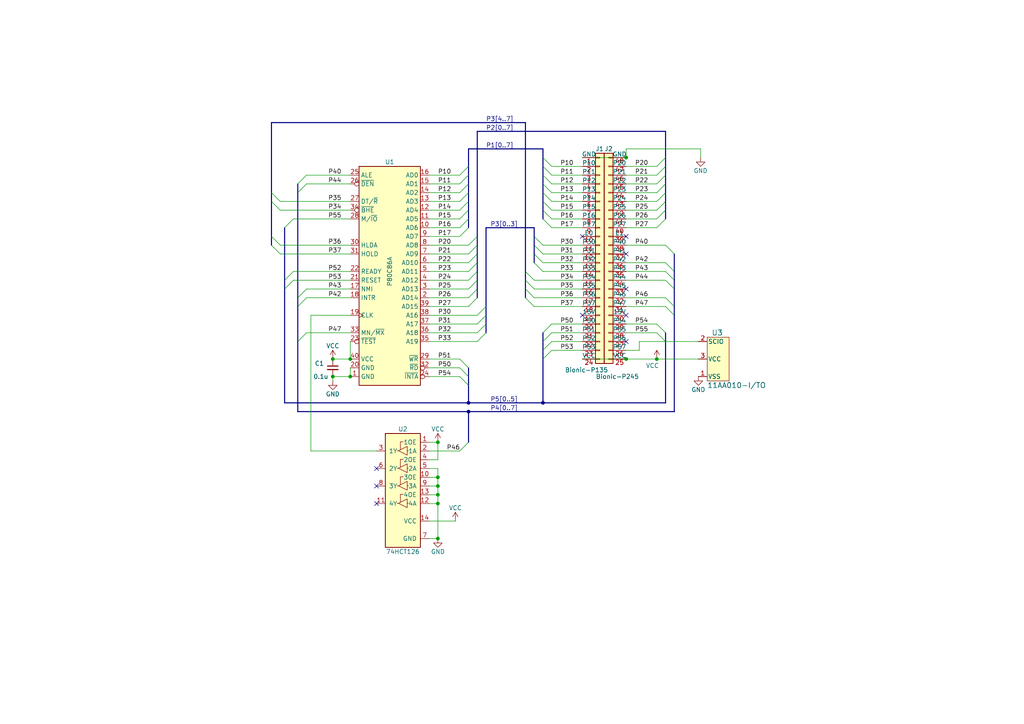
<source format=kicad_sch>
(kicad_sch (version 20230121) (generator eeschema)
  (paper "A4")
  (title_block (title "BionicP8086") (date "2022-01-18") (rev "1") (company "Tadashi G. Takaoka"))
  (lib_symbols
    (symbol "0-LocalLibrary:11AA010-I_TO" (pin_names (offset 0.254))
      (property "Reference" "U" (at 2.54 1.27 0))
      (property "Value" "11AA010-I/TO" (at 3.81 -13.97 0))
      (symbol "11AA010-I_TO_1_1"
        (rectangle (start 0 0) (end 6.35 -12.7) (fill (type background)))
        (pin power_in line (at -2.54 -11.43 0) (length 2.54) (name "VSS") (number "1"))
        (pin bidirectional line (at -2.54 -1.27 0) (length 2.54) (name "SCIO") (number "2"))
        (pin power_in line (at -2.54 -6.35 0) (length 2.54) (name "VCC") (number "3"))
      )
    )
    (symbol "0-LocalLibrary:74HCT126" (pin_names (offset 1.016))
      (property "Reference" "U" (at 0 16.51 0))
      (property "Value" "74HCT126" (at 0 -19.05 0))
      (symbol "74HCT126_0_1"
        (polyline (pts (xy -1.2954 10.2108) (xy -1.6002 10.2108)))
        (polyline (pts (xy 1.2954 10.2362) (xy 1.651 10.2362)))
        (polyline (pts (xy 0.7112 10.5664) (xy 0.7112 12.827) (xy -0.127 12.827) (xy -0.1016 12.827)))
      )
      (symbol "74HCT126_1_0"
        (polyline (pts (xy 1.27 10.2362) (xy -1.27 11.5062) (xy -1.27 8.9662) (xy 1.27 10.2362)) (stroke (width 0.1524)))
        (pin input line (at -7.62 12.7 0) (length 2.54) (name "1OE") (number "1"))
        (pin input line (at -7.62 2.54 0) (length 2.54) (name "3OE") (number "10"))
        (pin tri_state line (at 7.62 -5.08 180) (length 2.54) (name "4Y") (number "11"))
        (pin input line (at -7.62 -5.08 0) (length 2.54) (name "4A") (number "12"))
        (pin input line (at -7.62 -2.54 0) (length 2.54) (name "4OE") (number "13"))
        (pin power_in line (at -7.62 -10.16 0) (length 2.54) (name "VCC") (number "14"))
        (pin input line (at -7.62 10.16 0) (length 2.54) (name "1A") (number "2"))
        (pin tri_state line (at 7.62 10.16 180) (length 2.54) (name "1Y") (number "3"))
        (pin input line (at -7.62 7.62 0) (length 2.54) (name "2OE") (number "4"))
        (pin input line (at -7.62 5.08 0) (length 2.54) (name "2A") (number "5"))
        (pin tri_state line (at 7.62 5.08 180) (length 2.54) (name "2Y") (number "6"))
        (pin power_in line (at -7.62 -15.24 0) (length 2.54) (name "GND") (number "7"))
        (pin tri_state line (at 7.62 0 180) (length 2.54) (name "3Y") (number "8"))
        (pin input line (at -7.62 0 0) (length 2.54) (name "3A") (number "9"))
      )
      (symbol "74HCT126_1_1"
        (rectangle (start -5.08 15.24) (end 5.08 -17.78) (stroke (width 0.254)) (fill (type background)))
        (polyline (pts (xy -1.2954 -5.0292) (xy -1.6002 -5.0292)))
        (polyline (pts (xy -1.2954 0.0508) (xy -1.6002 0.0508)))
        (polyline (pts (xy -1.2954 5.1308) (xy -1.6002 5.1308)))
        (polyline (pts (xy 1.2954 -5.0038) (xy 1.651 -5.0038)))
        (polyline (pts (xy 1.2954 0.0762) (xy 1.651 0.0762)))
        (polyline (pts (xy 1.2954 5.1562) (xy 1.651 5.1562)))
        (polyline (pts (xy 0.7112 -4.6736) (xy 0.7112 -2.413) (xy -0.127 -2.413) (xy -0.1016 -2.413)))
        (polyline (pts (xy 0.7112 0.4064) (xy 0.7112 2.667) (xy -0.127 2.667) (xy -0.1016 2.667)))
        (polyline (pts (xy 0.7112 5.4864) (xy 0.7112 7.747) (xy -0.127 7.747) (xy -0.1016 7.747)))
        (polyline (pts (xy 1.27 -5.0038) (xy -1.27 -3.7338) (xy -1.27 -6.2738) (xy 1.27 -5.0038)) (stroke (width 0.1524)))
        (polyline (pts (xy 1.27 0.0762) (xy -1.27 1.3462) (xy -1.27 -1.1938) (xy 1.27 0.0762)) (stroke (width 0.1524)))
        (polyline (pts (xy 1.27 5.1562) (xy -1.27 6.4262) (xy -1.27 3.8862) (xy 1.27 5.1562)) (stroke (width 0.1524)))
      )
    )
    (symbol "0-LocalLibrary:Bionic-P135" (pin_names (offset 0))
      (property "Reference" "J" (at 0 30.48 0))
      (property "Value" "Bionic-P135" (at -1.27 -33.02 0))
      (symbol "Bionic-P135_1_1"
        (rectangle (start -1.27 -30.353) (end 0 -30.607) (stroke (width 0.1524)))
        (rectangle (start -1.27 -27.813) (end 0 -28.067) (stroke (width 0.1524)))
        (rectangle (start -1.27 -25.273) (end 0 -25.527) (stroke (width 0.1524)))
        (rectangle (start -1.27 -22.733) (end 0 -22.987) (stroke (width 0.1524)))
        (rectangle (start -1.27 -20.193) (end 0 -20.447) (stroke (width 0.1524)))
        (rectangle (start -1.27 -17.653) (end 0 -17.907) (stroke (width 0.1524)))
        (rectangle (start -1.27 -15.113) (end 0 -15.367) (stroke (width 0.1524)))
        (rectangle (start -1.27 -12.573) (end 0 -12.827) (stroke (width 0.1524)))
        (rectangle (start -1.27 -10.033) (end 0 -10.287) (stroke (width 0.1524)))
        (rectangle (start -1.27 -7.493) (end 0 -7.747) (stroke (width 0.1524)))
        (rectangle (start -1.27 -4.953) (end 0 -5.207) (stroke (width 0.1524)))
        (rectangle (start -1.27 -2.413) (end 0 -2.667) (stroke (width 0.1524)))
        (rectangle (start -1.27 0.127) (end 0 -0.127) (stroke (width 0.1524)))
        (rectangle (start -1.27 2.667) (end 0 2.413) (stroke (width 0.1524)))
        (rectangle (start -1.27 5.207) (end 0 4.953) (stroke (width 0.1524)))
        (rectangle (start -1.27 7.747) (end 0 7.493) (stroke (width 0.1524)))
        (rectangle (start -1.27 10.287) (end 0 10.033) (stroke (width 0.1524)))
        (rectangle (start -1.27 12.827) (end 0 12.573) (stroke (width 0.1524)))
        (rectangle (start -1.27 15.367) (end 0 15.113) (stroke (width 0.1524)))
        (rectangle (start -1.27 17.907) (end 0 17.653) (stroke (width 0.1524)))
        (rectangle (start -1.27 20.447) (end 0 20.193) (stroke (width 0.1524)))
        (rectangle (start -1.27 22.987) (end 0 22.733) (stroke (width 0.1524)))
        (rectangle (start -1.27 25.527) (end 0 25.273) (stroke (width 0.1524)))
        (rectangle (start -1.27 28.067) (end 0 27.813) (stroke (width 0.1524)))
        (rectangle (start -1.27 29.21) (end 1.27 -31.75) (stroke (width 0.254)) (fill (type background)))
        (pin power_out line (at -5.08 27.94 0) (length 3.81) (name "GND") (number "1"))
        (pin bidirectional line (at -5.08 5.08 0) (length 3.81) (name "E0") (number "10"))
        (pin bidirectional line (at -5.08 2.54 0) (length 3.81) (name "P30") (number "11"))
        (pin bidirectional line (at -5.08 0 0) (length 3.81) (name "P31") (number "12"))
        (pin bidirectional line (at -5.08 -2.54 0) (length 3.81) (name "P32") (number "13"))
        (pin bidirectional line (at -5.08 -5.08 0) (length 3.81) (name "P33") (number "14"))
        (pin bidirectional line (at -5.08 -7.62 0) (length 3.81) (name "P34") (number "15"))
        (pin bidirectional line (at -5.08 -10.16 0) (length 3.81) (name "P35") (number "16"))
        (pin bidirectional line (at -5.08 -12.7 0) (length 3.81) (name "P36") (number "17"))
        (pin bidirectional line (at -5.08 -15.24 0) (length 3.81) (name "P37") (number "18"))
        (pin power_out line (at -5.08 -17.78 0) (length 3.81) (name "15V") (number "19"))
        (pin bidirectional line (at -5.08 25.4 0) (length 3.81) (name "P10") (number "2"))
        (pin bidirectional line (at -5.08 -20.32 0) (length 3.81) (name "P50") (number "20"))
        (pin bidirectional line (at -5.08 -22.86 0) (length 3.81) (name "P51") (number "21"))
        (pin bidirectional line (at -5.08 -25.4 0) (length 3.81) (name "P52") (number "22"))
        (pin bidirectional line (at -5.08 -27.94 0) (length 3.81) (name "P53") (number "23"))
        (pin power_out line (at -5.08 -30.48 0) (length 3.81) (name "VCC") (number "24"))
        (pin bidirectional line (at -5.08 22.86 0) (length 3.81) (name "P11") (number "3"))
        (pin bidirectional line (at -5.08 20.32 0) (length 3.81) (name "P12") (number "4"))
        (pin bidirectional line (at -5.08 17.78 0) (length 3.81) (name "P13") (number "5"))
        (pin bidirectional line (at -5.08 15.24 0) (length 3.81) (name "P14") (number "6"))
        (pin bidirectional line (at -5.08 12.7 0) (length 3.81) (name "P15") (number "7"))
        (pin bidirectional line (at -5.08 10.16 0) (length 3.81) (name "P16") (number "8"))
        (pin bidirectional line (at -5.08 7.62 0) (length 3.81) (name "P17") (number "9"))
      )
    )
    (symbol "0-LocalLibrary:Bionic-P245" (pin_names (offset 0))
      (property "Reference" "J" (at -3.81 30.48 0))
      (property "Value" "Bionic-P245" (at -1.27 -33.02 0))
      (symbol "Bionic-P245_1_1"
        (rectangle (start -5.08 -31.75) (end -2.54 29.21) (stroke (width 0.254)) (fill (type background)))
        (rectangle (start -3.81 -30.607) (end -2.54 -30.353) (stroke (width 0.1524)))
        (rectangle (start -3.81 -28.067) (end -2.54 -27.813) (stroke (width 0.1524)))
        (rectangle (start -3.81 -25.527) (end -2.54 -25.273) (stroke (width 0.1524)))
        (rectangle (start -3.81 -22.987) (end -2.54 -22.733) (stroke (width 0.1524)))
        (rectangle (start -3.81 -20.447) (end -2.54 -20.193) (stroke (width 0.1524)))
        (rectangle (start -3.81 -17.907) (end -2.54 -17.653) (stroke (width 0.1524)))
        (rectangle (start -3.81 -15.367) (end -2.54 -15.113) (stroke (width 0.1524)))
        (rectangle (start -3.81 -12.827) (end -2.54 -12.573) (stroke (width 0.1524)))
        (rectangle (start -3.81 -10.287) (end -2.54 -10.033) (stroke (width 0.1524)))
        (rectangle (start -3.81 -7.747) (end -2.54 -7.493) (stroke (width 0.1524)))
        (rectangle (start -3.81 -5.207) (end -2.54 -4.953) (stroke (width 0.1524)))
        (rectangle (start -3.81 -2.667) (end -2.54 -2.413) (stroke (width 0.1524)))
        (rectangle (start -3.81 -0.127) (end -2.54 0.127) (stroke (width 0.1524)))
        (rectangle (start -3.81 2.413) (end -2.54 2.667) (stroke (width 0.1524)))
        (rectangle (start -3.81 4.953) (end -2.54 5.207) (stroke (width 0.1524)))
        (rectangle (start -3.81 7.493) (end -2.54 7.747) (stroke (width 0.1524)))
        (rectangle (start -3.81 10.033) (end -2.54 10.287) (stroke (width 0.1524)))
        (rectangle (start -3.81 12.573) (end -2.54 12.827) (stroke (width 0.1524)))
        (rectangle (start -3.81 15.113) (end -2.54 15.367) (stroke (width 0.1524)))
        (rectangle (start -3.81 17.653) (end -2.54 17.907) (stroke (width 0.1524)))
        (rectangle (start -3.81 20.193) (end -2.54 20.447) (stroke (width 0.1524)))
        (rectangle (start -3.81 22.733) (end -2.54 22.987) (stroke (width 0.1524)))
        (rectangle (start -3.81 25.273) (end -2.54 25.527) (stroke (width 0.1524)))
        (rectangle (start -3.81 27.813) (end -2.54 28.067) (stroke (width 0.1524)))
        (pin power_in line (at 1.27 -30.48 180) (length 3.81) (name "VCC") (number "25"))
        (pin bidirectional line (at 1.27 -27.94 180) (length 3.81) (name "P57") (number "26"))
        (pin bidirectional line (at 1.27 -25.4 180) (length 3.81) (name "P56") (number "27"))
        (pin bidirectional line (at 1.27 -22.86 180) (length 3.81) (name "P55") (number "28"))
        (pin bidirectional line (at 1.27 -20.32 180) (length 3.81) (name "P54") (number "29"))
        (pin power_in line (at 1.27 -17.78 180) (length 3.81) (name "15V") (number "30"))
        (pin bidirectional line (at 1.27 -15.24 180) (length 3.81) (name "P47") (number "31"))
        (pin bidirectional line (at 1.27 -12.7 180) (length 3.81) (name "P46") (number "32"))
        (pin bidirectional line (at 1.27 -10.16 180) (length 3.81) (name "P45") (number "33"))
        (pin bidirectional line (at 1.27 -7.62 180) (length 3.81) (name "P44") (number "34"))
        (pin bidirectional line (at 1.27 -5.08 180) (length 3.81) (name "P43") (number "35"))
        (pin bidirectional line (at 1.27 -2.54 180) (length 3.81) (name "P42") (number "36"))
        (pin bidirectional line (at 1.27 0 180) (length 3.81) (name "P41") (number "37"))
        (pin bidirectional line (at 1.27 2.54 180) (length 3.81) (name "P40") (number "38"))
        (pin bidirectional line (at 1.27 5.08 180) (length 3.81) (name "E1") (number "39"))
        (pin bidirectional line (at 1.27 7.62 180) (length 3.81) (name "P27") (number "40"))
        (pin bidirectional line (at 1.27 10.16 180) (length 3.81) (name "P26") (number "41"))
        (pin bidirectional line (at 1.27 12.7 180) (length 3.81) (name "P25") (number "42"))
        (pin bidirectional line (at 1.27 15.24 180) (length 3.81) (name "P24") (number "43"))
        (pin bidirectional line (at 1.27 17.78 180) (length 3.81) (name "P23") (number "44"))
        (pin bidirectional line (at 1.27 20.32 180) (length 3.81) (name "P22") (number "45"))
        (pin bidirectional line (at 1.27 22.86 180) (length 3.81) (name "P21") (number "46"))
        (pin bidirectional line (at 1.27 25.4 180) (length 3.81) (name "P20") (number "47"))
        (pin power_in line (at 1.27 27.94 180) (length 3.81) (name "GND") (number "48"))
      )
    )
    (symbol "0-LocalLibrary:P80C86A"
      (property "Reference" "U" (at -1.27 31.75 0))
      (property "Value" "P80C86A" (at 0 -3.81 90))
      (symbol "P80C86A_0_1"
        (rectangle (start -8.89 -33.02) (end 8.89 30.48) (stroke (width 0.254)) (fill (type background)))
      )
      (symbol "P80C86A_1_1"
        (pin power_in line (at -11.43 -30.48 0) (length 2.54) (name "GND") (number "1"))
        (pin bidirectional line (at 11.43 12.7 180) (length 2.54) (name "AD6") (number "10"))
        (pin bidirectional line (at 11.43 15.24 180) (length 2.54) (name "AD5") (number "11"))
        (pin bidirectional line (at 11.43 17.78 180) (length 2.54) (name "AD4") (number "12"))
        (pin bidirectional line (at 11.43 20.32 180) (length 2.54) (name "AD3") (number "13"))
        (pin bidirectional line (at 11.43 22.86 180) (length 2.54) (name "AD2") (number "14"))
        (pin bidirectional line (at 11.43 25.4 180) (length 2.54) (name "AD1") (number "15"))
        (pin bidirectional line (at 11.43 27.94 180) (length 2.54) (name "AD0") (number "16"))
        (pin input line (at -11.43 -5.08 0) (length 2.54) (name "NMI") (number "17"))
        (pin input line (at -11.43 -7.62 0) (length 2.54) (name "INTR") (number "18"))
        (pin input clock (at -11.43 -12.7 0) (length 2.54) (name "CLK") (number "19"))
        (pin bidirectional line (at 11.43 -7.62 180) (length 2.54) (name "AD14") (number "2"))
        (pin power_in line (at -11.43 -27.94 0) (length 2.54) (name "GND") (number "20"))
        (pin input line (at -11.43 -2.54 0) (length 2.54) (name "RESET") (number "21"))
        (pin input line (at -11.43 0 0) (length 2.54) (name "READY") (number "22"))
        (pin input inverted (at -11.43 -20.32 0) (length 2.54) (name "~{TEST}") (number "23"))
        (pin output inverted (at 11.43 -30.48 180) (length 2.54) (name "~{INTA}") (number "24"))
        (pin output line (at -11.43 27.94 0) (length 2.54) (name "ALE") (number "25"))
        (pin output inverted (at -11.43 25.4 0) (length 2.54) (name "~{DEN}") (number "26"))
        (pin output line (at -11.43 20.32 0) (length 2.54) (name "DT/~{R}") (number "27"))
        (pin output line (at -11.43 15.24 0) (length 2.54) (name "M/~{IO}") (number "28"))
        (pin output line (at 11.43 -25.4 180) (length 2.54) (name "~{WR}") (number "29"))
        (pin bidirectional line (at 11.43 -5.08 180) (length 2.54) (name "AD13") (number "3"))
        (pin output line (at -11.43 7.62 0) (length 2.54) (name "HLDA") (number "30"))
        (pin input line (at -11.43 5.08 0) (length 2.54) (name "HOLD") (number "31"))
        (pin output inverted (at 11.43 -27.94 180) (length 2.54) (name "~{RD}") (number "32"))
        (pin input line (at -11.43 -17.78 0) (length 2.54) (name "MN/~{MX}") (number "33"))
        (pin output inverted (at -11.43 17.78 0) (length 2.54) (name "~{BHE}") (number "34"))
        (pin output line (at 11.43 -20.32 180) (length 2.54) (name "A19") (number "35"))
        (pin output line (at 11.43 -17.78 180) (length 2.54) (name "A18") (number "36"))
        (pin output line (at 11.43 -15.24 180) (length 2.54) (name "A17") (number "37"))
        (pin output line (at 11.43 -12.7 180) (length 2.54) (name "A16") (number "38"))
        (pin bidirectional line (at 11.43 -10.16 180) (length 2.54) (name "AD15") (number "39"))
        (pin bidirectional line (at 11.43 -2.54 180) (length 2.54) (name "AD12") (number "4"))
        (pin power_in line (at -11.43 -25.4 0) (length 2.54) (name "VCC") (number "40"))
        (pin bidirectional line (at 11.43 0 180) (length 2.54) (name "AD11") (number "5"))
        (pin bidirectional line (at 11.43 2.54 180) (length 2.54) (name "AD10") (number "6"))
        (pin bidirectional line (at 11.43 5.08 180) (length 2.54) (name "AD9") (number "7"))
        (pin bidirectional line (at 11.43 7.62 180) (length 2.54) (name "AD8") (number "8"))
        (pin bidirectional line (at 11.43 10.16 180) (length 2.54) (name "AD7") (number "9"))
      )
    )
    (symbol "Device:C_Small" (pin_numbers hide) (pin_names (offset 0.254) hide)
      (property "Reference" "C" (at 0.254 1.778 0))
      (property "Value" "C_Small" (at 0.254 -2.032 0))
      (symbol "C_Small_0_1"
        (polyline (pts (xy -1.524 -0.508) (xy 1.524 -0.508)) (stroke (width 0.3302)))
        (polyline (pts (xy -1.524 0.508) (xy 1.524 0.508)) (stroke (width 0.3048)))
      )
      (symbol "C_Small_1_1"
        (pin passive line (at 0 2.54 270) (length 2.032) (name "~") (number "1"))
        (pin passive line (at 0 -2.54 90) (length 2.032) (name "~") (number "2"))
      )
    )
    (symbol "power:GND" (power) (pin_names (offset 0))
      (property "Value" "GND" (at 0 -3.81 0))
      (symbol "GND_0_1"
        (polyline (pts (xy 0 0) (xy 0 -1.27) (xy 1.27 -1.27) (xy 0 -2.54) (xy -1.27 -1.27) (xy 0 -1.27)))
      )
      (symbol "GND_1_1"
        (pin power_in line (at 0 0 270) (length 0) hide (name "GND") (number "1"))
      )
    )
    (symbol "power:VCC" (power) (pin_names (offset 0))
      (property "Value" "VCC" (at 0 3.81 0))
      (symbol "VCC_0_1"
        (polyline (pts (xy -0.762 1.27) (xy 0 2.54)))
        (polyline (pts (xy 0 0) (xy 0 2.54)))
        (polyline (pts (xy 0 2.54) (xy 0.762 1.27)))
      )
      (symbol "VCC_1_1"
        (pin power_in line (at 0 0 90) (length 0) hide (name "VCC") (number "1"))
      )
    )
  )
  (junction (at 190.5 104.14))
  (junction (at 101.6 104.14))
  (junction (at 157.48 116.84))
  (junction (at 135.89 116.84))
  (junction (at 127 128.27))
  (junction (at 127 138.43))
  (junction (at 135.89 119.38))
  (junction (at 127 156.21))
  (junction (at 101.6 109.22))
  (junction (at 127 146.05))
  (junction (at 181.61 104.14))
  (junction (at 127 143.51))
  (junction (at 127 140.97))
  (junction (at 96.52 104.14))
  (junction (at 181.61 45.72))
  (junction (at 96.52 109.22))
  (no_connect (at 181.61 73.66))
  (no_connect (at 109.22 135.89))
  (no_connect (at 181.61 83.82))
  (no_connect (at 168.91 68.58))
  (no_connect (at 181.61 68.58))
  (no_connect (at 181.61 99.06))
  (no_connect (at 168.91 91.44))
  (no_connect (at 181.61 91.44))
  (no_connect (at 109.22 140.97))
  (no_connect (at 109.22 146.05))
  (bus_entry (at 86.36 99.06) (size 2.54 -2.54))
  (bus_entry (at 190.5 96.52) (size 2.54 2.54))
  (bus_entry (at 193.04 48.26) (size -2.54 2.54))
  (bus_entry (at 193.04 50.8) (size -2.54 2.54))
  (bus_entry (at 138.43 73.66) (size -2.54 2.54))
  (bus_entry (at 135.89 128.27) (size -2.54 2.54))
  (bus_entry (at 190.5 93.98) (size 2.54 2.54))
  (bus_entry (at 133.35 106.68) (size 2.54 2.54))
  (bus_entry (at 154.94 73.66) (size 2.54 2.54))
  (bus_entry (at 160.02 99.06) (size -2.54 2.54))
  (bus_entry (at 140.97 91.44) (size -2.54 2.54))
  (bus_entry (at 193.04 58.42) (size -2.54 2.54))
  (bus_entry (at 138.43 71.12) (size -2.54 2.54))
  (bus_entry (at 86.36 55.88) (size 2.54 -2.54))
  (bus_entry (at 133.35 58.42) (size 2.54 -2.54))
  (bus_entry (at 82.55 83.82) (size 2.54 -2.54))
  (bus_entry (at 193.04 63.5) (size -2.54 2.54))
  (bus_entry (at 193.04 78.74) (size 2.54 2.54))
  (bus_entry (at 78.74 68.58) (size 2.54 2.54))
  (bus_entry (at 138.43 86.36) (size -2.54 2.54))
  (bus_entry (at 138.43 83.82) (size -2.54 2.54))
  (bus_entry (at 82.55 81.28) (size 2.54 -2.54))
  (bus_entry (at 138.43 81.28) (size -2.54 2.54))
  (bus_entry (at 133.35 53.34) (size 2.54 -2.54))
  (bus_entry (at 78.74 58.42) (size 2.54 2.54))
  (bus_entry (at 193.04 76.2) (size 2.54 2.54))
  (bus_entry (at 140.97 93.98) (size -2.54 2.54))
  (bus_entry (at 133.35 104.14) (size 2.54 2.54))
  (bus_entry (at 160.02 66.04) (size -2.54 -2.54))
  (bus_entry (at 152.4 81.28) (size 2.54 2.54))
  (bus_entry (at 133.35 66.04) (size 2.54 -2.54))
  (bus_entry (at 193.04 53.34) (size -2.54 2.54))
  (bus_entry (at 138.43 78.74) (size -2.54 2.54))
  (bus_entry (at 160.02 60.96) (size -2.54 -2.54))
  (bus_entry (at 152.4 78.74) (size 2.54 2.54))
  (bus_entry (at 78.74 55.88) (size 2.54 2.54))
  (bus_entry (at 152.4 83.82) (size 2.54 2.54))
  (bus_entry (at 154.94 68.58) (size 2.54 2.54))
  (bus_entry (at 82.55 66.04) (size 2.54 -2.54))
  (bus_entry (at 133.35 63.5) (size 2.54 -2.54))
  (bus_entry (at 193.04 71.12) (size 2.54 2.54))
  (bus_entry (at 133.35 60.96) (size 2.54 -2.54))
  (bus_entry (at 138.43 68.58) (size -2.54 2.54))
  (bus_entry (at 193.04 45.72) (size -2.54 2.54))
  (bus_entry (at 140.97 96.52) (size -2.54 2.54))
  (bus_entry (at 160.02 96.52) (size -2.54 2.54))
  (bus_entry (at 152.4 86.36) (size 2.54 2.54))
  (bus_entry (at 133.35 109.22) (size 2.54 2.54))
  (bus_entry (at 160.02 50.8) (size -2.54 -2.54))
  (bus_entry (at 86.36 86.36) (size 2.54 -2.54))
  (bus_entry (at 160.02 58.42) (size -2.54 -2.54))
  (bus_entry (at 193.04 60.96) (size -2.54 2.54))
  (bus_entry (at 133.35 68.58) (size 2.54 -2.54))
  (bus_entry (at 160.02 55.88) (size -2.54 -2.54))
  (bus_entry (at 193.04 81.28) (size 2.54 2.54))
  (bus_entry (at 140.97 88.9) (size -2.54 2.54))
  (bus_entry (at 160.02 48.26) (size -2.54 -2.54))
  (bus_entry (at 86.36 88.9) (size 2.54 -2.54))
  (bus_entry (at 86.36 53.34) (size 2.54 -2.54))
  (bus_entry (at 154.94 76.2) (size 2.54 2.54))
  (bus_entry (at 193.04 88.9) (size 2.54 2.54))
  (bus_entry (at 160.02 93.98) (size -2.54 2.54))
  (bus_entry (at 133.35 55.88) (size 2.54 -2.54))
  (bus_entry (at 160.02 63.5) (size -2.54 -2.54))
  (bus_entry (at 160.02 101.6) (size -2.54 2.54))
  (bus_entry (at 193.04 55.88) (size -2.54 2.54))
  (bus_entry (at 154.94 71.12) (size 2.54 2.54))
  (bus_entry (at 133.35 50.8) (size 2.54 -2.54))
  (bus_entry (at 193.04 86.36) (size 2.54 2.54))
  (bus_entry (at 138.43 76.2) (size -2.54 2.54))
  (bus_entry (at 160.02 53.34) (size -2.54 -2.54))
  (bus_entry (at 78.74 71.12) (size 2.54 2.54))
  (bus (pts (xy 157.48 58.42) (xy 157.48 60.96)))
  (bus (pts (xy 78.74 55.88) (xy 78.74 58.42)))
  (bus (pts (xy 135.89 50.8) (xy 135.89 53.34)))
  (wire (pts (xy 127 140.97) (xy 127 143.51)))
  (wire (pts (xy 181.61 60.96) (xy 190.5 60.96)))
  (wire (pts (xy 168.91 104.14) (xy 181.61 104.14)))
  (wire (pts (xy 101.6 81.28) (xy 85.09 81.28)))
  (bus (pts (xy 157.48 101.6) (xy 157.48 104.14)))
  (wire (pts (xy 181.61 53.34) (xy 190.5 53.34)))
  (wire (pts (xy 133.35 130.81) (xy 124.46 130.81)))
  (wire (pts (xy 168.91 96.52) (xy 160.02 96.52)))
  (wire (pts (xy 81.28 71.12) (xy 101.6 71.12)))
  (wire (pts (xy 154.94 81.28) (xy 168.91 81.28)))
  (wire (pts (xy 181.61 71.12) (xy 193.04 71.12)))
  (bus (pts (xy 138.43 81.28) (xy 138.43 83.82)))
  (wire (pts (xy 81.28 73.66) (xy 101.6 73.66)))
  (bus (pts (xy 157.48 116.84) (xy 135.89 116.84)))
  (wire (pts (xy 124.46 96.52) (xy 138.43 96.52)))
  (wire (pts (xy 168.91 76.2) (xy 157.48 76.2)))
  (wire (pts (xy 124.46 76.2) (xy 135.89 76.2)))
  (bus (pts (xy 193.04 60.96) (xy 193.04 63.5)))
  (bus (pts (xy 140.97 88.9) (xy 140.97 91.44)))
  (bus (pts (xy 138.43 38.1) (xy 138.43 68.58)))
  (wire (pts (xy 181.61 50.8) (xy 190.5 50.8)))
  (bus (pts (xy 135.89 43.18) (xy 157.48 43.18)))
  (wire (pts (xy 181.61 48.26) (xy 190.5 48.26)))
  (wire (pts (xy 193.04 99.06) (xy 202.565 99.06)))
  (wire (pts (xy 127 143.51) (xy 127 146.05)))
  (wire (pts (xy 124.46 151.13) (xy 132.08 151.13)))
  (bus (pts (xy 86.36 53.34) (xy 86.36 55.88)))
  (wire (pts (xy 181.61 63.5) (xy 190.5 63.5)))
  (bus (pts (xy 138.43 78.74) (xy 138.43 81.28)))
  (bus (pts (xy 135.89 111.76) (xy 135.89 116.84)))
  (bus (pts (xy 78.74 35.56) (xy 78.74 55.88)))
  (wire (pts (xy 124.46 60.96) (xy 133.35 60.96)))
  (bus (pts (xy 193.04 58.42) (xy 193.04 60.96)))
  (bus (pts (xy 154.94 68.58) (xy 154.94 71.12)))
  (bus (pts (xy 86.36 55.88) (xy 86.36 86.36)))
  (bus (pts (xy 193.04 48.26) (xy 193.04 50.8)))
  (wire (pts (xy 81.28 60.96) (xy 101.6 60.96)))
  (bus (pts (xy 193.04 96.52) (xy 193.04 99.06)))
  (wire (pts (xy 181.61 55.88) (xy 190.5 55.88)))
  (wire (pts (xy 124.46 53.34) (xy 133.35 53.34)))
  (wire (pts (xy 124.46 99.06) (xy 138.43 99.06)))
  (bus (pts (xy 138.43 73.66) (xy 138.43 76.2)))
  (bus (pts (xy 135.89 60.96) (xy 135.89 63.5)))
  (wire (pts (xy 124.46 81.28) (xy 135.89 81.28)))
  (bus (pts (xy 82.55 116.84) (xy 135.89 116.84)))
  (wire (pts (xy 154.94 83.82) (xy 168.91 83.82)))
  (wire (pts (xy 127 135.89) (xy 127 138.43)))
  (wire (pts (xy 127 138.43) (xy 127 140.97)))
  (bus (pts (xy 157.48 104.14) (xy 157.48 116.84)))
  (bus (pts (xy 195.58 83.82) (xy 195.58 88.9)))
  (wire (pts (xy 168.91 63.5) (xy 160.02 63.5)))
  (wire (pts (xy 168.91 55.88) (xy 160.02 55.88)))
  (wire (pts (xy 96.52 109.22) (xy 101.6 109.22)))
  (wire (pts (xy 127 146.05) (xy 127 156.21)))
  (wire (pts (xy 88.9 50.8) (xy 101.6 50.8)))
  (bus (pts (xy 157.48 50.8) (xy 157.48 53.34)))
  (bus (pts (xy 152.4 78.74) (xy 152.4 35.56)))
  (wire (pts (xy 127 128.27) (xy 127 133.35)))
  (wire (pts (xy 124.46 128.27) (xy 127 128.27)))
  (wire (pts (xy 124.46 50.8) (xy 133.35 50.8)))
  (bus (pts (xy 135.89 119.38) (xy 135.89 128.27)))
  (wire (pts (xy 124.46 156.21) (xy 127 156.21)))
  (bus (pts (xy 138.43 83.82) (xy 138.43 86.36)))
  (wire (pts (xy 124.46 91.44) (xy 138.43 91.44)))
  (wire (pts (xy 185.42 99.06) (xy 193.04 99.06)))
  (bus (pts (xy 157.48 48.26) (xy 157.48 50.8)))
  (bus (pts (xy 152.4 81.28) (xy 152.4 78.74)))
  (bus (pts (xy 138.43 76.2) (xy 138.43 78.74)))
  (wire (pts (xy 124.46 58.42) (xy 133.35 58.42)))
  (wire (pts (xy 109.22 130.81) (xy 90.17 130.81)))
  (wire (pts (xy 168.91 93.98) (xy 160.02 93.98)))
  (wire (pts (xy 124.46 133.35) (xy 127 133.35)))
  (bus (pts (xy 138.43 68.58) (xy 138.43 71.12)))
  (bus (pts (xy 193.04 116.84) (xy 157.48 116.84)))
  (wire (pts (xy 181.61 101.6) (xy 185.42 101.6)))
  (wire (pts (xy 181.61 93.98) (xy 190.5 93.98)))
  (wire (pts (xy 124.46 71.12) (xy 135.89 71.12)))
  (wire (pts (xy 101.6 91.44) (xy 90.17 91.44)))
  (bus (pts (xy 152.4 86.36) (xy 152.4 83.82)))
  (wire (pts (xy 168.91 66.04) (xy 160.02 66.04)))
  (wire (pts (xy 90.17 91.44) (xy 90.17 130.81)))
  (wire (pts (xy 124.46 135.89) (xy 127 135.89)))
  (bus (pts (xy 140.97 91.44) (xy 140.97 93.98)))
  (bus (pts (xy 78.74 68.58) (xy 78.74 71.12)))
  (wire (pts (xy 124.46 55.88) (xy 133.35 55.88)))
  (bus (pts (xy 195.58 78.74) (xy 195.58 81.28)))
  (bus (pts (xy 82.55 83.82) (xy 82.55 116.84)))
  (wire (pts (xy 181.61 88.9) (xy 193.04 88.9)))
  (wire (pts (xy 168.91 71.12) (xy 157.48 71.12)))
  (wire (pts (xy 168.91 58.42) (xy 160.02 58.42)))
  (wire (pts (xy 124.46 88.9) (xy 135.89 88.9)))
  (bus (pts (xy 154.94 66.04) (xy 154.94 68.58)))
  (wire (pts (xy 88.9 86.36) (xy 101.6 86.36)))
  (wire (pts (xy 88.9 53.34) (xy 101.6 53.34)))
  (wire (pts (xy 185.42 101.6) (xy 185.42 99.06)))
  (bus (pts (xy 135.89 119.38) (xy 86.36 119.38)))
  (bus (pts (xy 154.94 73.66) (xy 154.94 76.2)))
  (wire (pts (xy 124.46 109.22) (xy 133.35 109.22)))
  (bus (pts (xy 138.43 71.12) (xy 138.43 73.66)))
  (wire (pts (xy 190.5 104.14) (xy 202.565 104.14)))
  (bus (pts (xy 135.89 48.26) (xy 135.89 50.8)))
  (wire (pts (xy 181.61 76.2) (xy 193.04 76.2)))
  (bus (pts (xy 135.89 43.18) (xy 135.89 48.26)))
  (wire (pts (xy 181.61 81.28) (xy 193.04 81.28)))
  (wire (pts (xy 203.2 43.18) (xy 203.2 45.72)))
  (bus (pts (xy 157.48 99.06) (xy 157.48 101.6)))
  (wire (pts (xy 181.61 43.18) (xy 203.2 43.18)))
  (wire (pts (xy 181.61 58.42) (xy 190.5 58.42)))
  (bus (pts (xy 135.89 109.22) (xy 135.89 111.76)))
  (bus (pts (xy 193.04 38.1) (xy 193.04 45.72)))
  (wire (pts (xy 124.46 93.98) (xy 138.43 93.98)))
  (wire (pts (xy 168.91 45.72) (xy 181.61 45.72)))
  (bus (pts (xy 135.89 53.34) (xy 135.89 55.88)))
  (wire (pts (xy 124.46 66.04) (xy 133.35 66.04)))
  (wire (pts (xy 168.91 50.8) (xy 160.02 50.8)))
  (wire (pts (xy 168.91 99.06) (xy 160.02 99.06)))
  (wire (pts (xy 168.91 48.26) (xy 160.02 48.26)))
  (wire (pts (xy 181.61 43.18) (xy 181.61 45.72)))
  (bus (pts (xy 78.74 35.56) (xy 152.4 35.56)))
  (wire (pts (xy 181.61 96.52) (xy 190.5 96.52)))
  (bus (pts (xy 82.55 81.28) (xy 82.55 83.82)))
  (bus (pts (xy 86.36 88.9) (xy 86.36 99.06)))
  (bus (pts (xy 135.89 58.42) (xy 135.89 60.96)))
  (wire (pts (xy 154.94 88.9) (xy 168.91 88.9)))
  (wire (pts (xy 124.46 104.14) (xy 133.35 104.14)))
  (bus (pts (xy 157.48 43.18) (xy 157.48 45.72)))
  (wire (pts (xy 101.6 106.68) (xy 101.6 109.22)))
  (wire (pts (xy 124.46 138.43) (xy 127 138.43)))
  (bus (pts (xy 193.04 55.88) (xy 193.04 58.42)))
  (bus (pts (xy 195.58 91.44) (xy 195.58 119.38)))
  (wire (pts (xy 101.6 63.5) (xy 85.09 63.5)))
  (wire (pts (xy 124.46 63.5) (xy 133.35 63.5)))
  (bus (pts (xy 157.48 53.34) (xy 157.48 55.88)))
  (bus (pts (xy 157.48 55.88) (xy 157.48 58.42)))
  (wire (pts (xy 124.46 68.58) (xy 133.35 68.58)))
  (bus (pts (xy 157.48 96.52) (xy 157.48 99.06)))
  (bus (pts (xy 82.55 66.04) (xy 82.55 81.28)))
  (wire (pts (xy 168.91 78.74) (xy 157.48 78.74)))
  (wire (pts (xy 81.28 58.42) (xy 101.6 58.42)))
  (wire (pts (xy 124.46 86.36) (xy 135.89 86.36)))
  (bus (pts (xy 193.04 50.8) (xy 193.04 53.34)))
  (bus (pts (xy 140.97 93.98) (xy 140.97 96.52)))
  (wire (pts (xy 88.9 96.52) (xy 101.6 96.52)))
  (wire (pts (xy 124.46 146.05) (xy 127 146.05)))
  (wire (pts (xy 181.61 66.04) (xy 190.5 66.04)))
  (wire (pts (xy 88.9 83.82) (xy 101.6 83.82)))
  (wire (pts (xy 85.09 78.74) (xy 101.6 78.74)))
  (wire (pts (xy 168.91 60.96) (xy 160.02 60.96)))
  (bus (pts (xy 154.94 71.12) (xy 154.94 73.66)))
  (bus (pts (xy 195.58 73.66) (xy 195.58 78.74)))
  (wire (pts (xy 124.46 106.68) (xy 133.35 106.68)))
  (wire (pts (xy 181.61 104.14) (xy 190.5 104.14)))
  (wire (pts (xy 181.61 78.74) (xy 193.04 78.74)))
  (wire (pts (xy 101.6 99.06) (xy 101.6 104.14)))
  (wire (pts (xy 168.91 101.6) (xy 160.02 101.6)))
  (bus (pts (xy 135.89 55.88) (xy 135.89 58.42)))
  (wire (pts (xy 168.91 53.34) (xy 160.02 53.34)))
  (wire (pts (xy 124.46 140.97) (xy 127 140.97)))
  (bus (pts (xy 86.36 86.36) (xy 86.36 88.9)))
  (wire (pts (xy 154.94 86.36) (xy 168.91 86.36)))
  (wire (pts (xy 124.46 78.74) (xy 135.89 78.74)))
  (bus (pts (xy 135.89 63.5) (xy 135.89 66.04)))
  (bus (pts (xy 78.74 58.42) (xy 78.74 68.58)))
  (bus (pts (xy 193.04 53.34) (xy 193.04 55.88)))
  (bus (pts (xy 135.89 106.68) (xy 135.89 109.22)))
  (wire (pts (xy 124.46 73.66) (xy 135.89 73.66)))
  (bus (pts (xy 140.97 88.9) (xy 140.97 66.04)))
  (wire (pts (xy 168.91 73.66) (xy 157.48 73.66)))
  (bus (pts (xy 86.36 99.06) (xy 86.36 119.38)))
  (wire (pts (xy 96.52 110.49) (xy 96.52 109.22)))
  (bus (pts (xy 195.58 88.9) (xy 195.58 91.44)))
  (bus (pts (xy 157.48 45.72) (xy 157.48 48.26)))
  (bus (pts (xy 193.04 99.06) (xy 193.04 116.84)))
  (wire (pts (xy 96.52 104.14) (xy 101.6 104.14)))
  (wire (pts (xy 124.46 83.82) (xy 135.89 83.82)))
  (bus (pts (xy 195.58 119.38) (xy 135.89 119.38)))
  (bus (pts (xy 140.97 66.04) (xy 154.94 66.04)))
  (bus (pts (xy 138.43 38.1) (xy 193.04 38.1)))
  (wire (pts (xy 181.61 86.36) (xy 193.04 86.36)))
  (bus (pts (xy 152.4 83.82) (xy 152.4 81.28)))
  (bus (pts (xy 195.58 81.28) (xy 195.58 83.82)))
  (bus (pts (xy 157.48 60.96) (xy 157.48 63.5)))
  (wire (pts (xy 124.46 143.51) (xy 127 143.51)))
  (bus (pts (xy 193.04 45.72) (xy 193.04 48.26)))
  (label "P42" (at 99.06 86.36 180))
  (label "P15" (at 166.37 60.96 180))
  (label "P34" (at 99.06 60.96 180))
  (label "P52" (at 166.37 99.06 180))
  (label "P43" (at 184.15 78.74 0))
  (label "P10" (at 166.37 48.26 180))
  (label "P17" (at 127 68.58 0))
  (label "P3[0..3]" (at 142.24 66.04 0))
  (label "P54" (at 184.15 93.98 0))
  (label "P12" (at 166.37 53.34 180))
  (label "P20" (at 127 71.12 0))
  (label "P22" (at 127 76.2 0))
  (label "P25" (at 127 83.82 0))
  (label "P47" (at 99.06 96.52 180))
  (label "P31" (at 166.37 73.66 180))
  (label "P35" (at 99.06 58.42 180))
  (label "P10" (at 127 50.8 0))
  (label "P34" (at 166.37 81.28 180))
  (label "P51" (at 166.37 96.52 180))
  (label "P40" (at 99.06 50.8 180))
  (label "P1[0..7]" (at 140.97 43.18 0))
  (label "P53" (at 166.37 101.6 180))
  (label "P11" (at 127 53.34 0))
  (label "P55" (at 184.15 96.52 0))
  (label "P55" (at 99.06 63.5 180))
  (label "P24" (at 184.15 58.42 0))
  (label "P50" (at 166.37 93.98 180))
  (label "P16" (at 127 66.04 0))
  (label "P11" (at 166.37 50.8 180))
  (label "P16" (at 166.37 63.5 180))
  (label "P53" (at 99.06 81.28 180))
  (label "P37" (at 166.37 88.9 180))
  (label "P52" (at 99.06 78.74 180))
  (label "P32" (at 127 96.52 0))
  (label "P30" (at 127 91.44 0))
  (label "P43" (at 99.06 83.82 180))
  (label "P5[0..5]" (at 142.24 116.84 0))
  (label "P17" (at 166.37 66.04 180))
  (label "P14" (at 166.37 58.42 180))
  (label "P25" (at 184.15 60.96 0))
  (label "P32" (at 166.37 76.2 180))
  (label "P20" (at 184.15 48.26 0))
  (label "P24" (at 127 81.28 0))
  (label "P27" (at 127 88.9 0))
  (label "P2[0..7]" (at 140.97 38.1 0))
  (label "P33" (at 166.37 78.74 180))
  (label "P46" (at 184.15 86.36 0))
  (label "P33" (at 127 99.06 0))
  (label "P14" (at 127 60.96 0))
  (label "P40" (at 184.15 71.12 0))
  (label "P44" (at 99.06 53.34 180))
  (label "P13" (at 166.37 55.88 180))
  (label "P21" (at 184.15 50.8 0))
  (label "P47" (at 184.15 88.9 0))
  (label "P21" (at 127 73.66 0))
  (label "P54" (at 127 109.22 0))
  (label "P46" (at 129.54 130.81 0))
  (label "P12" (at 127 55.88 0))
  (label "P36" (at 99.06 71.12 180))
  (label "P15" (at 127 63.5 0))
  (label "P51" (at 127 104.14 0))
  (label "P23" (at 184.15 55.88 0))
  (label "P3[4..7]" (at 140.97 35.56 0))
  (label "P22" (at 184.15 53.34 0))
  (label "P42" (at 184.15 76.2 0))
  (label "P37" (at 99.06 73.66 180))
  (label "P44" (at 184.15 81.28 0))
  (label "P35" (at 166.37 83.82 180))
  (label "P27" (at 184.15 66.04 0))
  (label "P4[0..7]" (at 142.24 119.38 0))
  (label "P13" (at 127 58.42 0))
  (label "P23" (at 127 78.74 0))
  (label "P26" (at 127 86.36 0))
  (label "P30" (at 166.37 71.12 180))
  (label "P26" (at 184.15 63.5 0))
  (label "P31" (at 127 93.98 0))
  (label "P36" (at 166.37 86.36 180))
  (label "P50" (at 127 106.68 0))
  (symbol (lib_id "Device:C_Small") (at 96.52 106.68 0) (mirror y) (unit 1)
    (property "Reference" "C1" (at 93.98 105.41 0) (effects (justify left)))
    (property "Value" "0.1u" (at 95.25 109.22 0) (effects (justify left)))
    (property "Footprint" "Capacitor_THT:C_Disc_D3.4mm_W2.1mm_P2.50mm" (effects hide))
  )
  (symbol (lib_id "0-LocalLibrary:74HCT126") (at 116.84 140.97 0) (mirror y) (unit 1)
    (property "Reference" "U2" (at 116.84 124.46 0))
    (property "Value" "74HCT126" (at 116.84 160.02 0))
    (property "Footprint" "Package_DIP:DIP-14_W7.62mm" (effects hide))
    (property "Datasheet" "https://www.ti.com/lit/ds/symlink/cd74hct126.pdf" (effects hide))
  )
  (symbol (lib_id "0-LocalLibrary:P80C86A") (at 113.03 78.74 0) (unit 1)
    (property "Reference" "U1" (at 113.03 46.99 0))
    (property "Value" "P80C86A" (at 113.03 78.74 90))
    (property "Footprint" "Package_DIP:DIP-40_W15.24mm" (effects hide))
    (property "Datasheet" "https://www.alldatasheet.com/datasheet-pdf/pdf/1051722/RENESAS/80C86.html" (effects hide))
  )
  (symbol (lib_id "power:VCC") (at 132.08 151.13 0) (unit 1)
    (property "Reference" "#PWR04" (effects hide))
    (property "Value" "VCC" (at 132.08 147.32 0))
  )
  (symbol (lib_id "0-LocalLibrary:Bionic-P135") (at 173.99 73.66 0) (unit 1)
    (property "Reference" "J1" (at 172.72 43.18 0) (effects (justify left)))
    (property "Value" "Bionic-P135" (at 163.83 107.315 0) (effects (justify left)))
    (property "Footprint" "connector:Bionic-P135_Vertical" (effects hide))
  )
  (symbol (lib_id "0-LocalLibrary:11AA010-I_TO") (at 205.105 97.79 0) (unit 1)
    (property "Reference" "U3" (at 206.375 96.52 0) (effects (font (size 1.524 1.524)) (justify left)))
    (property "Value" "11AA010-I/TO" (at 205.105 111.76 0) (effects (font (size 1.524 1.524)) (justify left)))
    (property "Footprint" "TO-92_MC_MCH" (effects hide))
    (property "Datasheet" "11AA010-I/TO" (effects hide))
  )
  (symbol (lib_id "power:VCC") (at 190.5 104.14 0) (unit 1)
    (property "Reference" "#PWR01" (effects hide))
    (property "Value" "VCC" (at 189.23 106.045 0))
  )
  (symbol (lib_id "power:VCC") (at 96.52 104.14 0) (unit 1)
    (property "Reference" "#PWR03" (effects hide))
    (property "Value" "VCC" (at 96.52 100.33 0))
  )
  (symbol (lib_id "0-LocalLibrary:Bionic-P245") (at 180.34 73.66 0) (unit 1)
    (property "Reference" "J2" (at 176.53 43.18 0))
    (property "Value" "Bionic-P245" (at 179.07 109.22 0))
    (property "Footprint" "connector:Bionic-P245_Vertical" (effects hide))
  )
  (symbol (lib_id "power:VCC") (at 127 128.27 0) (unit 1)
    (property "Reference" "#PWR02" (effects hide))
    (property "Value" "VCC" (at 127 124.46 0))
  )
  (symbol (lib_id "power:GND") (at 127 156.21 0) (unit 1)
    (property "Reference" "#PWR06" (effects hide))
    (property "Value" "GND" (at 127 160.02 0))
  )
  (symbol (lib_id "power:GND") (at 203.2 45.72 0) (unit 1)
    (property "Reference" "#PWR05" (effects hide))
    (property "Value" "GND" (at 203.2 49.53 0))
  )
  (symbol (lib_id "power:GND") (at 202.565 109.22 0) (unit 1)
    (property "Reference" "#PWR08" (effects hide))
    (property "Value" "GND" (at 202.565 113.03 0))
  )
  (symbol (lib_id "power:GND") (at 96.52 110.49 0) (unit 1)
    (property "Reference" "#PWR07" (effects hide))
    (property "Value" "GND" (at 96.52 114.3 0))
  )
)
</source>
